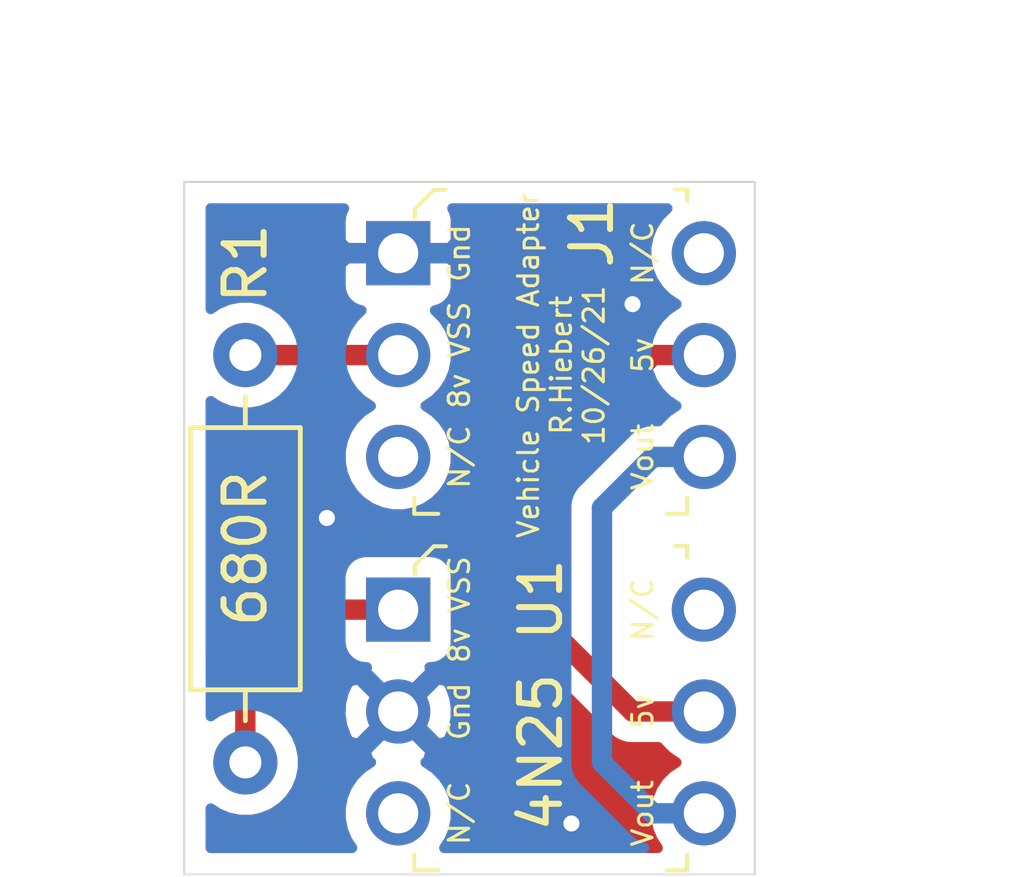
<source format=kicad_pcb>
(kicad_pcb (version 20171130) (host pcbnew "(5.1.6)-1")

  (general
    (thickness 1.6)
    (drawings 19)
    (tracks 17)
    (zones 0)
    (modules 3)
    (nets 10)
  )

  (page A4)
  (layers
    (0 F.Cu signal)
    (31 B.Cu signal)
    (32 B.Adhes user)
    (33 F.Adhes user)
    (34 B.Paste user)
    (35 F.Paste user)
    (36 B.SilkS user)
    (37 F.SilkS user)
    (38 B.Mask user)
    (39 F.Mask user)
    (40 Dwgs.User user)
    (41 Cmts.User user)
    (42 Eco1.User user)
    (43 Eco2.User user)
    (44 Edge.Cuts user)
    (45 Margin user)
    (46 B.CrtYd user)
    (47 F.CrtYd user)
    (48 B.Fab user)
    (49 F.Fab user)
  )

  (setup
    (last_trace_width 0.25)
    (trace_clearance 0.2)
    (zone_clearance 0.508)
    (zone_45_only no)
    (trace_min 0.2)
    (via_size 0.8)
    (via_drill 0.4)
    (via_min_size 0.4)
    (via_min_drill 0.3)
    (uvia_size 0.3)
    (uvia_drill 0.1)
    (uvias_allowed no)
    (uvia_min_size 0.2)
    (uvia_min_drill 0.1)
    (edge_width 0.05)
    (segment_width 0.2)
    (pcb_text_width 0.3)
    (pcb_text_size 1.5 1.5)
    (mod_edge_width 0.12)
    (mod_text_size 1 1)
    (mod_text_width 0.15)
    (pad_size 1.524 1.524)
    (pad_drill 0.762)
    (pad_to_mask_clearance 0.05)
    (aux_axis_origin 0 0)
    (visible_elements 7FFFF7FF)
    (pcbplotparams
      (layerselection 0x010fc_ffffffff)
      (usegerberextensions false)
      (usegerberattributes true)
      (usegerberadvancedattributes true)
      (creategerberjobfile true)
      (excludeedgelayer true)
      (linewidth 0.100000)
      (plotframeref false)
      (viasonmask false)
      (mode 1)
      (useauxorigin false)
      (hpglpennumber 1)
      (hpglpenspeed 20)
      (hpglpendiameter 15.000000)
      (psnegative false)
      (psa4output false)
      (plotreference true)
      (plotvalue true)
      (plotinvisibletext false)
      (padsonsilk false)
      (subtractmaskfromsilk false)
      (outputformat 1)
      (mirror false)
      (drillshape 0)
      (scaleselection 1)
      (outputdirectory ""))
  )

  (net 0 "")
  (net 1 "Net-(J1-Pad6)")
  (net 2 "Net-(J1-Pad5)")
  (net 3 "Net-(J1-Pad4)")
  (net 4 "Net-(J1-Pad3)")
  (net 5 "Net-(J1-Pad2)")
  (net 6 GND)
  (net 7 "Net-(R1-Pad2)")
  (net 8 "Net-(U1-Pad6)")
  (net 9 "Net-(U1-Pad3)")

  (net_class Default "This is the default net class."
    (clearance 0.2)
    (trace_width 0.25)
    (via_dia 0.8)
    (via_drill 0.4)
    (uvia_dia 0.3)
    (uvia_drill 0.1)
    (add_net GND)
    (add_net "Net-(J1-Pad2)")
    (add_net "Net-(J1-Pad3)")
    (add_net "Net-(J1-Pad4)")
    (add_net "Net-(J1-Pad5)")
    (add_net "Net-(J1-Pad6)")
    (add_net "Net-(R1-Pad2)")
    (add_net "Net-(U1-Pad3)")
    (add_net "Net-(U1-Pad6)")
  )

  (module digikey-footprints:DIP-6_W7.62mm (layer F.Cu) (tedit 5AFEF30B) (tstamp 61789DF0)
    (at 139.7 97.79)
    (descr http://optoelectronics.liteon.com/upload/download/DS70-2001-026/MOC306X%20series%20201606.pdf)
    (path /6178BB08)
    (fp_text reference U1 (at 3.556 -0.254 90) (layer F.SilkS)
      (effects (font (size 1 1) (thickness 0.15)))
    )
    (fp_text value 4N25 (at 3.556 3.556 90) (layer F.SilkS)
      (effects (font (size 1 1) (thickness 0.15)))
    )
    (fp_line (start 0.89 -1.58) (end 0.415 -1.105) (layer F.SilkS) (width 0.1))
    (fp_line (start 0.54 -1.055) (end 0.915 -1.43) (layer F.Fab) (width 0.1))
    (fp_line (start 0.4 6.1) (end 0.4 6.5) (layer F.SilkS) (width 0.1))
    (fp_line (start 0.4 6.5) (end 1 6.5) (layer F.SilkS) (width 0.1))
    (fp_line (start 7.2 6.5) (end 7.2 6.1) (layer F.SilkS) (width 0.1))
    (fp_line (start 7.2 6.5) (end 6.7 6.5) (layer F.SilkS) (width 0.1))
    (fp_line (start -1.05 -1.68) (end 8.67 -1.68) (layer F.CrtYd) (width 0.05))
    (fp_line (start -1.05 6.61) (end 8.67 6.61) (layer F.CrtYd) (width 0.05))
    (fp_line (start 0.55 6.36) (end 7.05 6.36) (layer F.Fab) (width 0.1))
    (fp_line (start -1.05 -1.68) (end -1.05 6.61) (layer F.CrtYd) (width 0.05))
    (fp_line (start 8.67 -1.68) (end 8.67 6.61) (layer F.CrtYd) (width 0.05))
    (fp_line (start 0.415 -0.88) (end 0.415 -1.105) (layer F.SilkS) (width 0.1))
    (fp_line (start 0.89 -1.58) (end 1.19 -1.58) (layer F.SilkS) (width 0.1))
    (fp_line (start 7.2 -1.29) (end 7.2 -1.59) (layer F.SilkS) (width 0.1))
    (fp_line (start 7.2 -1.59) (end 6.9 -1.59) (layer F.SilkS) (width 0.1))
    (fp_line (start 0.915 -1.43) (end 7.05 -1.43) (layer F.Fab) (width 0.1))
    (fp_line (start 7.05 -1.43) (end 7.05 6.36) (layer F.Fab) (width 0.1))
    (fp_line (start 0.54 -1.055) (end 0.55 6.36) (layer F.Fab) (width 0.1))
    (fp_text user REF** (at 3.94 5.334) (layer F.Fab)
      (effects (font (size 1 1) (thickness 0.1)))
    )
    (pad 6 thru_hole circle (at 7.62 0) (size 1.6 1.6) (drill 1) (layers *.Cu *.Mask)
      (net 8 "Net-(U1-Pad6)"))
    (pad 5 thru_hole circle (at 7.62 2.54) (size 1.6 1.6) (drill 1) (layers *.Cu *.Mask)
      (net 2 "Net-(J1-Pad5)"))
    (pad 4 thru_hole circle (at 7.62 5.08) (size 1.6 1.6) (drill 1) (layers *.Cu *.Mask)
      (net 3 "Net-(J1-Pad4)"))
    (pad 3 thru_hole circle (at 0 5.08) (size 1.6 1.6) (drill 1) (layers *.Cu *.Mask)
      (net 9 "Net-(U1-Pad3)"))
    (pad 2 thru_hole circle (at 0 2.54) (size 1.6 1.6) (drill 1) (layers *.Cu *.Mask)
      (net 6 GND))
    (pad 1 thru_hole rect (at 0 0) (size 1.6 1.6) (drill 1) (layers *.Cu *.Mask)
      (net 7 "Net-(R1-Pad2)"))
  )

  (module Resistor_THT:R_Axial_DIN0207_L6.3mm_D2.5mm_P10.16mm_Horizontal (layer F.Cu) (tedit 5AE5139B) (tstamp 61789DD3)
    (at 135.89 91.44 270)
    (descr "Resistor, Axial_DIN0207 series, Axial, Horizontal, pin pitch=10.16mm, 0.25W = 1/4W, length*diameter=6.3*2.5mm^2, http://cdn-reichelt.de/documents/datenblatt/B400/1_4W%23YAG.pdf")
    (tags "Resistor Axial_DIN0207 series Axial Horizontal pin pitch 10.16mm 0.25W = 1/4W length 6.3mm diameter 2.5mm")
    (path /6178D7E0)
    (fp_text reference R1 (at -2.286 0 90) (layer F.SilkS)
      (effects (font (size 1 1) (thickness 0.15)))
    )
    (fp_text value 680R (at 4.826 0 90) (layer F.SilkS)
      (effects (font (size 1 1) (thickness 0.15)))
    )
    (fp_line (start 1.93 -1.25) (end 1.93 1.25) (layer F.Fab) (width 0.1))
    (fp_line (start 1.93 1.25) (end 8.23 1.25) (layer F.Fab) (width 0.1))
    (fp_line (start 8.23 1.25) (end 8.23 -1.25) (layer F.Fab) (width 0.1))
    (fp_line (start 8.23 -1.25) (end 1.93 -1.25) (layer F.Fab) (width 0.1))
    (fp_line (start 0 0) (end 1.93 0) (layer F.Fab) (width 0.1))
    (fp_line (start 10.16 0) (end 8.23 0) (layer F.Fab) (width 0.1))
    (fp_line (start 1.81 -1.37) (end 1.81 1.37) (layer F.SilkS) (width 0.12))
    (fp_line (start 1.81 1.37) (end 8.35 1.37) (layer F.SilkS) (width 0.12))
    (fp_line (start 8.35 1.37) (end 8.35 -1.37) (layer F.SilkS) (width 0.12))
    (fp_line (start 8.35 -1.37) (end 1.81 -1.37) (layer F.SilkS) (width 0.12))
    (fp_line (start 1.04 0) (end 1.81 0) (layer F.SilkS) (width 0.12))
    (fp_line (start 9.12 0) (end 8.35 0) (layer F.SilkS) (width 0.12))
    (fp_line (start -1.05 -1.5) (end -1.05 1.5) (layer F.CrtYd) (width 0.05))
    (fp_line (start -1.05 1.5) (end 11.21 1.5) (layer F.CrtYd) (width 0.05))
    (fp_line (start 11.21 1.5) (end 11.21 -1.5) (layer F.CrtYd) (width 0.05))
    (fp_line (start 11.21 -1.5) (end -1.05 -1.5) (layer F.CrtYd) (width 0.05))
    (fp_text user %R (at -2.286 0 90) (layer F.Fab)
      (effects (font (size 1 1) (thickness 0.15)))
    )
    (pad 2 thru_hole oval (at 10.16 0 270) (size 1.6 1.6) (drill 0.8) (layers *.Cu *.Mask)
      (net 7 "Net-(R1-Pad2)"))
    (pad 1 thru_hole circle (at 0 0 270) (size 1.6 1.6) (drill 0.8) (layers *.Cu *.Mask)
      (net 5 "Net-(J1-Pad2)"))
    (model ${KISYS3DMOD}/Resistor_THT.3dshapes/R_Axial_DIN0207_L6.3mm_D2.5mm_P10.16mm_Horizontal.wrl
      (at (xyz 0 0 0))
      (scale (xyz 1 1 1))
      (rotate (xyz 0 0 0))
    )
  )

  (module digikey-footprints:DIP-6_W7.62mm (layer F.Cu) (tedit 5AFEF30B) (tstamp 61789DBC)
    (at 139.7 88.9)
    (descr http://optoelectronics.liteon.com/upload/download/DS70-2001-026/MOC306X%20series%20201606.pdf)
    (path /6178DB79)
    (fp_text reference J1 (at 4.826 -0.508 90) (layer F.SilkS)
      (effects (font (size 1 1) (thickness 0.15)))
    )
    (fp_text value Conn_02x03_Counter_Clockwise (at 2.032 -3.048) (layer F.Fab)
      (effects (font (size 1 1) (thickness 0.15)))
    )
    (fp_line (start 0.89 -1.58) (end 0.415 -1.105) (layer F.SilkS) (width 0.1))
    (fp_line (start 0.54 -1.055) (end 0.915 -1.43) (layer F.Fab) (width 0.1))
    (fp_line (start 0.4 6.1) (end 0.4 6.5) (layer F.SilkS) (width 0.1))
    (fp_line (start 0.4 6.5) (end 1 6.5) (layer F.SilkS) (width 0.1))
    (fp_line (start 7.2 6.5) (end 7.2 6.1) (layer F.SilkS) (width 0.1))
    (fp_line (start 7.2 6.5) (end 6.7 6.5) (layer F.SilkS) (width 0.1))
    (fp_line (start -1.05 -1.68) (end 8.67 -1.68) (layer F.CrtYd) (width 0.05))
    (fp_line (start -1.05 6.61) (end 8.67 6.61) (layer F.CrtYd) (width 0.05))
    (fp_line (start 0.55 6.36) (end 7.05 6.36) (layer F.Fab) (width 0.1))
    (fp_line (start -1.05 -1.68) (end -1.05 6.61) (layer F.CrtYd) (width 0.05))
    (fp_line (start 8.67 -1.68) (end 8.67 6.61) (layer F.CrtYd) (width 0.05))
    (fp_line (start 0.415 -0.88) (end 0.415 -1.105) (layer F.SilkS) (width 0.1))
    (fp_line (start 0.89 -1.58) (end 1.19 -1.58) (layer F.SilkS) (width 0.1))
    (fp_line (start 7.2 -1.29) (end 7.2 -1.59) (layer F.SilkS) (width 0.1))
    (fp_line (start 7.2 -1.59) (end 6.9 -1.59) (layer F.SilkS) (width 0.1))
    (fp_line (start 0.915 -1.43) (end 7.05 -1.43) (layer F.Fab) (width 0.1))
    (fp_line (start 7.05 -1.43) (end 7.05 6.36) (layer F.Fab) (width 0.1))
    (fp_line (start 0.54 -1.055) (end 0.55 6.36) (layer F.Fab) (width 0.1))
    (fp_text user REF** (at 3.81 5.334) (layer F.Fab)
      (effects (font (size 1 1) (thickness 0.1)))
    )
    (pad 6 thru_hole circle (at 7.62 0) (size 1.6 1.6) (drill 1) (layers *.Cu *.Mask)
      (net 1 "Net-(J1-Pad6)"))
    (pad 5 thru_hole circle (at 7.62 2.54) (size 1.6 1.6) (drill 1) (layers *.Cu *.Mask)
      (net 2 "Net-(J1-Pad5)"))
    (pad 4 thru_hole circle (at 7.62 5.08) (size 1.6 1.6) (drill 1) (layers *.Cu *.Mask)
      (net 3 "Net-(J1-Pad4)"))
    (pad 3 thru_hole circle (at 0 5.08) (size 1.6 1.6) (drill 1) (layers *.Cu *.Mask)
      (net 4 "Net-(J1-Pad3)"))
    (pad 2 thru_hole circle (at 0 2.54) (size 1.6 1.6) (drill 1) (layers *.Cu *.Mask)
      (net 5 "Net-(J1-Pad2)"))
    (pad 1 thru_hole rect (at 0 0) (size 1.6 1.6) (drill 1) (layers *.Cu *.Mask)
      (net 6 GND))
  )

  (gr_text "8v VSS" (at 141.224 97.79 90) (layer F.SilkS) (tstamp 61788782)
    (effects (font (size 0.508 0.508) (thickness 0.0762)))
  )
  (gr_text Gnd (at 141.224 100.33 90) (layer F.SilkS) (tstamp 61788666)
    (effects (font (size 0.508 0.508) (thickness 0.0762)))
  )
  (gr_text Vout (at 145.796 102.87 90) (layer F.SilkS) (tstamp 6178860F)
    (effects (font (size 0.508 0.508) (thickness 0.0762)))
  )
  (gr_text "5v\n" (at 145.796 100.33 90) (layer F.SilkS) (tstamp 617885A6)
    (effects (font (size 0.508 0.508) (thickness 0.0762)))
  )
  (gr_text "N/C\n" (at 141.224 102.87 90) (layer F.SilkS) (tstamp 61788584)
    (effects (font (size 0.508 0.508) (thickness 0.0762)))
  )
  (gr_text "N/C\n" (at 145.796 97.79 90) (layer F.SilkS) (tstamp 61788584)
    (effects (font (size 0.508 0.508) (thickness 0.0762)))
  )
  (gr_text "Vehicle Speed Adapter\nR.Hiebert\n10/26/21" (at 143.764 91.694 90) (layer F.SilkS)
    (effects (font (size 0.508 0.508) (thickness 0.0762)))
  )
  (gr_text Vout (at 145.796 93.98 90) (layer F.SilkS) (tstamp 617882B3)
    (effects (font (size 0.508 0.508) (thickness 0.0762)))
  )
  (gr_text "5v\n" (at 145.796 91.44 90) (layer F.SilkS) (tstamp 617882B3)
    (effects (font (size 0.508 0.508) (thickness 0.0762)))
  )
  (gr_text "N/C\n" (at 145.796 88.9 90) (layer F.SilkS) (tstamp 617882B3)
    (effects (font (size 0.508 0.508) (thickness 0.0762)))
  )
  (gr_text N/C (at 141.224 93.98 90) (layer F.SilkS) (tstamp 617882B3)
    (effects (font (size 0.508 0.508) (thickness 0.0762)))
  )
  (gr_text "8v VSS" (at 141.224 91.44 90) (layer F.SilkS) (tstamp 617882B3)
    (effects (font (size 0.508 0.508) (thickness 0.0762)))
  )
  (gr_text Gnd (at 141.224 88.9 90) (layer F.SilkS)
    (effects (font (size 0.508 0.508) (thickness 0.0762)))
  )
  (dimension 17.272 (width 0.15) (layer Dwgs.User)
    (gr_text "0.6800 in" (at 153.954 95.758 270) (layer Dwgs.User)
      (effects (font (size 1 1) (thickness 0.15)))
    )
    (feature1 (pts (xy 148.59 104.394) (xy 153.240421 104.394)))
    (feature2 (pts (xy 148.59 87.122) (xy 153.240421 87.122)))
    (crossbar (pts (xy 152.654 87.122) (xy 152.654 104.394)))
    (arrow1a (pts (xy 152.654 104.394) (xy 152.067579 103.267496)))
    (arrow1b (pts (xy 152.654 104.394) (xy 153.240421 103.267496)))
    (arrow2a (pts (xy 152.654 87.122) (xy 152.067579 88.248504)))
    (arrow2b (pts (xy 152.654 87.122) (xy 153.240421 88.248504)))
  )
  (dimension 14.224 (width 0.15) (layer Dwgs.User)
    (gr_text "0.5600 in" (at 141.478 83.282) (layer Dwgs.User)
      (effects (font (size 1 1) (thickness 0.15)))
    )
    (feature1 (pts (xy 148.59 87.122) (xy 148.59 83.995579)))
    (feature2 (pts (xy 134.366 87.122) (xy 134.366 83.995579)))
    (crossbar (pts (xy 134.366 84.582) (xy 148.59 84.582)))
    (arrow1a (pts (xy 148.59 84.582) (xy 147.463496 85.168421)))
    (arrow1b (pts (xy 148.59 84.582) (xy 147.463496 83.995579)))
    (arrow2a (pts (xy 134.366 84.582) (xy 135.492504 85.168421)))
    (arrow2b (pts (xy 134.366 84.582) (xy 135.492504 83.995579)))
  )
  (gr_line (start 134.366 87.122) (end 148.59 87.122) (layer Edge.Cuts) (width 0.05) (tstamp 6178A2CB))
  (gr_line (start 134.366 104.394) (end 134.366 87.122) (layer Edge.Cuts) (width 0.05))
  (gr_line (start 148.59 104.394) (end 134.366 104.394) (layer Edge.Cuts) (width 0.05))
  (gr_line (start 148.59 87.122) (end 148.59 104.394) (layer Edge.Cuts) (width 0.05))

  (segment (start 147.32 91.44) (end 146.05 91.44) (width 0.508) (layer F.Cu) (net 2))
  (segment (start 146.05 91.44) (end 143.764 93.726) (width 0.508) (layer F.Cu) (net 2))
  (segment (start 143.764 93.726) (end 143.764 98.552) (width 0.508) (layer F.Cu) (net 2))
  (segment (start 145.542 100.33) (end 147.32 100.33) (width 0.508) (layer F.Cu) (net 2))
  (segment (start 143.764 98.552) (end 145.542 100.33) (width 0.508) (layer F.Cu) (net 2))
  (segment (start 147.32 93.98) (end 146.05 93.98) (width 0.508) (layer B.Cu) (net 3))
  (segment (start 146.05 93.98) (end 144.78 95.25) (width 0.508) (layer B.Cu) (net 3))
  (segment (start 144.78 95.25) (end 144.78 101.6) (width 0.508) (layer B.Cu) (net 3))
  (segment (start 146.05 102.87) (end 147.32 102.87) (width 0.508) (layer B.Cu) (net 3))
  (segment (start 144.78 101.6) (end 146.05 102.87) (width 0.508) (layer B.Cu) (net 3))
  (segment (start 139.7 91.44) (end 135.89 91.44) (width 0.508) (layer F.Cu) (net 5))
  (via (at 145.542 90.17) (size 0.8) (drill 0.4) (layers F.Cu B.Cu) (net 6))
  (via (at 144.018 103.124) (size 0.8) (drill 0.4) (layers F.Cu B.Cu) (net 6))
  (via (at 137.922 95.504) (size 0.8) (drill 0.4) (layers F.Cu B.Cu) (net 6))
  (segment (start 139.7 97.79) (end 137.16 97.79) (width 0.508) (layer F.Cu) (net 7))
  (segment (start 135.89 99.06) (end 135.89 101.6) (width 0.508) (layer F.Cu) (net 7))
  (segment (start 137.16 97.79) (end 135.89 99.06) (width 0.508) (layer F.Cu) (net 7))

  (zone (net 6) (net_name GND) (layer B.Cu) (tstamp 617888D8) (hatch edge 0.508)
    (connect_pads (clearance 0.508))
    (min_thickness 0.254)
    (fill yes (arc_segments 32) (thermal_gap 0.508) (thermal_bridge_width 0.508))
    (polygon
      (pts
        (xy 148.59 104.394) (xy 134.366 104.394) (xy 134.366 87.122) (xy 148.59 87.122)
      )
    )
    (filled_polygon
      (pts
        (xy 138.310498 87.85582) (xy 138.274188 87.975518) (xy 138.261928 88.1) (xy 138.265 88.61425) (xy 138.42375 88.773)
        (xy 139.573 88.773) (xy 139.573 88.753) (xy 139.827 88.753) (xy 139.827 88.773) (xy 140.97625 88.773)
        (xy 141.135 88.61425) (xy 141.138072 88.1) (xy 141.125812 87.975518) (xy 141.089502 87.85582) (xy 141.050044 87.782)
        (xy 146.410274 87.782) (xy 146.405241 87.785363) (xy 146.205363 87.985241) (xy 146.04832 88.220273) (xy 145.940147 88.481426)
        (xy 145.885 88.758665) (xy 145.885 89.041335) (xy 145.940147 89.318574) (xy 146.04832 89.579727) (xy 146.205363 89.814759)
        (xy 146.405241 90.014637) (xy 146.637759 90.17) (xy 146.405241 90.325363) (xy 146.205363 90.525241) (xy 146.04832 90.760273)
        (xy 145.940147 91.021426) (xy 145.885 91.298665) (xy 145.885 91.581335) (xy 145.940147 91.858574) (xy 146.04832 92.119727)
        (xy 146.205363 92.354759) (xy 146.405241 92.554637) (xy 146.637759 92.71) (xy 146.405241 92.865363) (xy 146.205363 93.065241)
        (xy 146.188151 93.091) (xy 146.093659 93.091) (xy 146.049999 93.0867) (xy 146.006339 93.091) (xy 146.006333 93.091)
        (xy 145.908924 93.100594) (xy 145.875724 93.103864) (xy 145.774058 93.134704) (xy 145.708149 93.154697) (xy 145.553709 93.237247)
        (xy 145.418341 93.348341) (xy 145.390506 93.382259) (xy 144.182264 94.590501) (xy 144.148341 94.618341) (xy 144.037247 94.75371)
        (xy 143.954697 94.90815) (xy 143.903864 95.075727) (xy 143.891 95.206334) (xy 143.891 95.20634) (xy 143.8867 95.25)
        (xy 143.891 95.29366) (xy 143.891001 101.55633) (xy 143.8867 101.6) (xy 143.903864 101.774274) (xy 143.954698 101.941852)
        (xy 143.995707 102.018574) (xy 144.037248 102.096291) (xy 144.148342 102.231659) (xy 144.182259 102.259494) (xy 145.390506 103.467741)
        (xy 145.418341 103.501659) (xy 145.553709 103.612753) (xy 145.708149 103.695303) (xy 145.774058 103.715296) (xy 145.835717 103.734)
        (xy 140.848553 103.734) (xy 140.97168 103.549727) (xy 141.079853 103.288574) (xy 141.135 103.011335) (xy 141.135 102.728665)
        (xy 141.079853 102.451426) (xy 140.97168 102.190273) (xy 140.814637 101.955241) (xy 140.614759 101.755363) (xy 140.380872 101.599085)
        (xy 140.441514 101.566671) (xy 140.513097 101.322702) (xy 139.7 100.509605) (xy 138.886903 101.322702) (xy 138.958486 101.566671)
        (xy 139.022992 101.597194) (xy 139.020273 101.59832) (xy 138.785241 101.755363) (xy 138.585363 101.955241) (xy 138.42832 102.190273)
        (xy 138.320147 102.451426) (xy 138.265 102.728665) (xy 138.265 103.011335) (xy 138.320147 103.288574) (xy 138.42832 103.549727)
        (xy 138.551447 103.734) (xy 135.026 103.734) (xy 135.026 102.748553) (xy 135.210273 102.87168) (xy 135.471426 102.979853)
        (xy 135.748665 103.035) (xy 136.031335 103.035) (xy 136.308574 102.979853) (xy 136.569727 102.87168) (xy 136.804759 102.714637)
        (xy 137.004637 102.514759) (xy 137.16168 102.279727) (xy 137.269853 102.018574) (xy 137.325 101.741335) (xy 137.325 101.458665)
        (xy 137.269853 101.181426) (xy 137.16168 100.920273) (xy 137.004637 100.685241) (xy 136.804759 100.485363) (xy 136.677771 100.400512)
        (xy 138.259783 100.400512) (xy 138.301213 100.68013) (xy 138.396397 100.946292) (xy 138.463329 101.071514) (xy 138.707298 101.143097)
        (xy 139.520395 100.33) (xy 139.879605 100.33) (xy 140.692702 101.143097) (xy 140.936671 101.071514) (xy 141.057571 100.816004)
        (xy 141.1263 100.541816) (xy 141.140217 100.259488) (xy 141.098787 99.97987) (xy 141.003603 99.713708) (xy 140.936671 99.588486)
        (xy 140.692702 99.516903) (xy 139.879605 100.33) (xy 139.520395 100.33) (xy 138.707298 99.516903) (xy 138.463329 99.588486)
        (xy 138.342429 99.843996) (xy 138.2737 100.118184) (xy 138.259783 100.400512) (xy 136.677771 100.400512) (xy 136.569727 100.32832)
        (xy 136.308574 100.220147) (xy 136.031335 100.165) (xy 135.748665 100.165) (xy 135.471426 100.220147) (xy 135.210273 100.32832)
        (xy 135.026 100.451447) (xy 135.026 96.99) (xy 138.261928 96.99) (xy 138.261928 98.59) (xy 138.274188 98.714482)
        (xy 138.310498 98.83418) (xy 138.369463 98.944494) (xy 138.448815 99.041185) (xy 138.545506 99.120537) (xy 138.65582 99.179502)
        (xy 138.775518 99.215812) (xy 138.9 99.228072) (xy 138.918951 99.228072) (xy 138.886903 99.337298) (xy 139.7 100.150395)
        (xy 140.513097 99.337298) (xy 140.481049 99.228072) (xy 140.5 99.228072) (xy 140.624482 99.215812) (xy 140.74418 99.179502)
        (xy 140.854494 99.120537) (xy 140.951185 99.041185) (xy 141.030537 98.944494) (xy 141.089502 98.83418) (xy 141.125812 98.714482)
        (xy 141.138072 98.59) (xy 141.138072 96.99) (xy 141.125812 96.865518) (xy 141.089502 96.74582) (xy 141.030537 96.635506)
        (xy 140.951185 96.538815) (xy 140.854494 96.459463) (xy 140.74418 96.400498) (xy 140.624482 96.364188) (xy 140.5 96.351928)
        (xy 138.9 96.351928) (xy 138.775518 96.364188) (xy 138.65582 96.400498) (xy 138.545506 96.459463) (xy 138.448815 96.538815)
        (xy 138.369463 96.635506) (xy 138.310498 96.74582) (xy 138.274188 96.865518) (xy 138.261928 96.99) (xy 135.026 96.99)
        (xy 135.026 92.588553) (xy 135.210273 92.71168) (xy 135.471426 92.819853) (xy 135.748665 92.875) (xy 136.031335 92.875)
        (xy 136.308574 92.819853) (xy 136.569727 92.71168) (xy 136.804759 92.554637) (xy 137.004637 92.354759) (xy 137.16168 92.119727)
        (xy 137.269853 91.858574) (xy 137.325 91.581335) (xy 137.325 91.298665) (xy 137.269853 91.021426) (xy 137.16168 90.760273)
        (xy 137.004637 90.525241) (xy 136.804759 90.325363) (xy 136.569727 90.16832) (xy 136.308574 90.060147) (xy 136.031335 90.005)
        (xy 135.748665 90.005) (xy 135.471426 90.060147) (xy 135.210273 90.16832) (xy 135.026 90.291447) (xy 135.026 89.7)
        (xy 138.261928 89.7) (xy 138.274188 89.824482) (xy 138.310498 89.94418) (xy 138.369463 90.054494) (xy 138.448815 90.151185)
        (xy 138.545506 90.230537) (xy 138.65582 90.289502) (xy 138.775518 90.325812) (xy 138.783961 90.326643) (xy 138.585363 90.525241)
        (xy 138.42832 90.760273) (xy 138.320147 91.021426) (xy 138.265 91.298665) (xy 138.265 91.581335) (xy 138.320147 91.858574)
        (xy 138.42832 92.119727) (xy 138.585363 92.354759) (xy 138.785241 92.554637) (xy 139.017759 92.71) (xy 138.785241 92.865363)
        (xy 138.585363 93.065241) (xy 138.42832 93.300273) (xy 138.320147 93.561426) (xy 138.265 93.838665) (xy 138.265 94.121335)
        (xy 138.320147 94.398574) (xy 138.42832 94.659727) (xy 138.585363 94.894759) (xy 138.785241 95.094637) (xy 139.020273 95.25168)
        (xy 139.281426 95.359853) (xy 139.558665 95.415) (xy 139.841335 95.415) (xy 140.118574 95.359853) (xy 140.379727 95.25168)
        (xy 140.614759 95.094637) (xy 140.814637 94.894759) (xy 140.97168 94.659727) (xy 141.079853 94.398574) (xy 141.135 94.121335)
        (xy 141.135 93.838665) (xy 141.079853 93.561426) (xy 140.97168 93.300273) (xy 140.814637 93.065241) (xy 140.614759 92.865363)
        (xy 140.382241 92.71) (xy 140.614759 92.554637) (xy 140.814637 92.354759) (xy 140.97168 92.119727) (xy 141.079853 91.858574)
        (xy 141.135 91.581335) (xy 141.135 91.298665) (xy 141.079853 91.021426) (xy 140.97168 90.760273) (xy 140.814637 90.525241)
        (xy 140.616039 90.326643) (xy 140.624482 90.325812) (xy 140.74418 90.289502) (xy 140.854494 90.230537) (xy 140.951185 90.151185)
        (xy 141.030537 90.054494) (xy 141.089502 89.94418) (xy 141.125812 89.824482) (xy 141.138072 89.7) (xy 141.135 89.18575)
        (xy 140.97625 89.027) (xy 139.827 89.027) (xy 139.827 89.047) (xy 139.573 89.047) (xy 139.573 89.027)
        (xy 138.42375 89.027) (xy 138.265 89.18575) (xy 138.261928 89.7) (xy 135.026 89.7) (xy 135.026 87.782)
        (xy 138.349956 87.782)
      )
    )
  )
  (zone (net 6) (net_name GND) (layer F.Cu) (tstamp 617888D5) (hatch edge 0.508)
    (connect_pads (clearance 0.508))
    (min_thickness 0.254)
    (fill yes (arc_segments 32) (thermal_gap 0.508) (thermal_bridge_width 0.508))
    (polygon
      (pts
        (xy 148.59 104.394) (xy 134.366 104.394) (xy 134.366 87.122) (xy 148.59 87.122)
      )
    )
    (filled_polygon
      (pts
        (xy 138.310498 87.85582) (xy 138.274188 87.975518) (xy 138.261928 88.1) (xy 138.265 88.61425) (xy 138.42375 88.773)
        (xy 139.573 88.773) (xy 139.573 88.753) (xy 139.827 88.753) (xy 139.827 88.773) (xy 140.97625 88.773)
        (xy 141.135 88.61425) (xy 141.138072 88.1) (xy 141.125812 87.975518) (xy 141.089502 87.85582) (xy 141.050044 87.782)
        (xy 146.410274 87.782) (xy 146.405241 87.785363) (xy 146.205363 87.985241) (xy 146.04832 88.220273) (xy 145.940147 88.481426)
        (xy 145.885 88.758665) (xy 145.885 89.041335) (xy 145.940147 89.318574) (xy 146.04832 89.579727) (xy 146.205363 89.814759)
        (xy 146.405241 90.014637) (xy 146.637759 90.17) (xy 146.405241 90.325363) (xy 146.205363 90.525241) (xy 146.188151 90.551)
        (xy 146.093659 90.551) (xy 146.049999 90.5467) (xy 146.006339 90.551) (xy 146.006333 90.551) (xy 145.908924 90.560594)
        (xy 145.875724 90.563864) (xy 145.774058 90.594704) (xy 145.708149 90.614697) (xy 145.553709 90.697247) (xy 145.418341 90.808341)
        (xy 145.390506 90.842258) (xy 143.166264 93.066501) (xy 143.132341 93.094341) (xy 143.021247 93.22971) (xy 142.938697 93.38415)
        (xy 142.887864 93.551727) (xy 142.875 93.682334) (xy 142.875 93.68234) (xy 142.8707 93.726) (xy 142.875 93.76966)
        (xy 142.875001 98.50833) (xy 142.8707 98.552) (xy 142.887864 98.726274) (xy 142.938698 98.893852) (xy 143.009545 99.026397)
        (xy 143.021248 99.048291) (xy 143.132342 99.183659) (xy 143.166259 99.211494) (xy 144.882506 100.927742) (xy 144.910341 100.961659)
        (xy 145.045709 101.072753) (xy 145.200149 101.155303) (xy 145.286267 101.181426) (xy 145.367725 101.206136) (xy 145.384325 101.207771)
        (xy 145.498333 101.219) (xy 145.49834 101.219) (xy 145.542 101.2233) (xy 145.58566 101.219) (xy 146.188151 101.219)
        (xy 146.205363 101.244759) (xy 146.405241 101.444637) (xy 146.637759 101.6) (xy 146.405241 101.755363) (xy 146.205363 101.955241)
        (xy 146.04832 102.190273) (xy 145.940147 102.451426) (xy 145.885 102.728665) (xy 145.885 103.011335) (xy 145.940147 103.288574)
        (xy 146.04832 103.549727) (xy 146.171447 103.734) (xy 140.848553 103.734) (xy 140.97168 103.549727) (xy 141.079853 103.288574)
        (xy 141.135 103.011335) (xy 141.135 102.728665) (xy 141.079853 102.451426) (xy 140.97168 102.190273) (xy 140.814637 101.955241)
        (xy 140.614759 101.755363) (xy 140.380872 101.599085) (xy 140.441514 101.566671) (xy 140.513097 101.322702) (xy 139.7 100.509605)
        (xy 138.886903 101.322702) (xy 138.958486 101.566671) (xy 139.022992 101.597194) (xy 139.020273 101.59832) (xy 138.785241 101.755363)
        (xy 138.585363 101.955241) (xy 138.42832 102.190273) (xy 138.320147 102.451426) (xy 138.265 102.728665) (xy 138.265 103.011335)
        (xy 138.320147 103.288574) (xy 138.42832 103.549727) (xy 138.551447 103.734) (xy 135.026 103.734) (xy 135.026 102.748553)
        (xy 135.210273 102.87168) (xy 135.471426 102.979853) (xy 135.748665 103.035) (xy 136.031335 103.035) (xy 136.308574 102.979853)
        (xy 136.569727 102.87168) (xy 136.804759 102.714637) (xy 137.004637 102.514759) (xy 137.16168 102.279727) (xy 137.269853 102.018574)
        (xy 137.325 101.741335) (xy 137.325 101.458665) (xy 137.269853 101.181426) (xy 137.16168 100.920273) (xy 137.004637 100.685241)
        (xy 136.804759 100.485363) (xy 136.779 100.468151) (xy 136.779 100.400512) (xy 138.259783 100.400512) (xy 138.301213 100.68013)
        (xy 138.396397 100.946292) (xy 138.463329 101.071514) (xy 138.707298 101.143097) (xy 139.520395 100.33) (xy 139.879605 100.33)
        (xy 140.692702 101.143097) (xy 140.936671 101.071514) (xy 141.057571 100.816004) (xy 141.1263 100.541816) (xy 141.140217 100.259488)
        (xy 141.098787 99.97987) (xy 141.003603 99.713708) (xy 140.936671 99.588486) (xy 140.692702 99.516903) (xy 139.879605 100.33)
        (xy 139.520395 100.33) (xy 138.707298 99.516903) (xy 138.463329 99.588486) (xy 138.342429 99.843996) (xy 138.2737 100.118184)
        (xy 138.259783 100.400512) (xy 136.779 100.400512) (xy 136.779 99.428235) (xy 137.528236 98.679) (xy 138.270693 98.679)
        (xy 138.274188 98.714482) (xy 138.310498 98.83418) (xy 138.369463 98.944494) (xy 138.448815 99.041185) (xy 138.545506 99.120537)
        (xy 138.65582 99.179502) (xy 138.775518 99.215812) (xy 138.9 99.228072) (xy 138.918951 99.228072) (xy 138.886903 99.337298)
        (xy 139.7 100.150395) (xy 140.513097 99.337298) (xy 140.481049 99.228072) (xy 140.5 99.228072) (xy 140.624482 99.215812)
        (xy 140.74418 99.179502) (xy 140.854494 99.120537) (xy 140.951185 99.041185) (xy 141.030537 98.944494) (xy 141.089502 98.83418)
        (xy 141.125812 98.714482) (xy 141.138072 98.59) (xy 141.138072 96.99) (xy 141.125812 96.865518) (xy 141.089502 96.74582)
        (xy 141.030537 96.635506) (xy 140.951185 96.538815) (xy 140.854494 96.459463) (xy 140.74418 96.400498) (xy 140.624482 96.364188)
        (xy 140.5 96.351928) (xy 138.9 96.351928) (xy 138.775518 96.364188) (xy 138.65582 96.400498) (xy 138.545506 96.459463)
        (xy 138.448815 96.538815) (xy 138.369463 96.635506) (xy 138.310498 96.74582) (xy 138.274188 96.865518) (xy 138.270693 96.901)
        (xy 137.203659 96.901) (xy 137.159999 96.8967) (xy 137.116339 96.901) (xy 137.116333 96.901) (xy 137.018924 96.910594)
        (xy 136.985724 96.913864) (xy 136.884058 96.944704) (xy 136.818149 96.964697) (xy 136.663709 97.047247) (xy 136.528341 97.158341)
        (xy 136.500506 97.192259) (xy 135.292264 98.400501) (xy 135.258341 98.428341) (xy 135.230505 98.46226) (xy 135.147248 98.563709)
        (xy 135.064698 98.718148) (xy 135.026 98.845719) (xy 135.026 92.588553) (xy 135.210273 92.71168) (xy 135.471426 92.819853)
        (xy 135.748665 92.875) (xy 136.031335 92.875) (xy 136.308574 92.819853) (xy 136.569727 92.71168) (xy 136.804759 92.554637)
        (xy 137.004637 92.354759) (xy 137.021849 92.329) (xy 138.568151 92.329) (xy 138.585363 92.354759) (xy 138.785241 92.554637)
        (xy 139.017759 92.71) (xy 138.785241 92.865363) (xy 138.585363 93.065241) (xy 138.42832 93.300273) (xy 138.320147 93.561426)
        (xy 138.265 93.838665) (xy 138.265 94.121335) (xy 138.320147 94.398574) (xy 138.42832 94.659727) (xy 138.585363 94.894759)
        (xy 138.785241 95.094637) (xy 139.020273 95.25168) (xy 139.281426 95.359853) (xy 139.558665 95.415) (xy 139.841335 95.415)
        (xy 140.118574 95.359853) (xy 140.379727 95.25168) (xy 140.614759 95.094637) (xy 140.814637 94.894759) (xy 140.97168 94.659727)
        (xy 141.079853 94.398574) (xy 141.135 94.121335) (xy 141.135 93.838665) (xy 141.079853 93.561426) (xy 140.97168 93.300273)
        (xy 140.814637 93.065241) (xy 140.614759 92.865363) (xy 140.382241 92.71) (xy 140.614759 92.554637) (xy 140.814637 92.354759)
        (xy 140.97168 92.119727) (xy 141.079853 91.858574) (xy 141.135 91.581335) (xy 141.135 91.298665) (xy 141.079853 91.021426)
        (xy 140.97168 90.760273) (xy 140.814637 90.525241) (xy 140.616039 90.326643) (xy 140.624482 90.325812) (xy 140.74418 90.289502)
        (xy 140.854494 90.230537) (xy 140.951185 90.151185) (xy 141.030537 90.054494) (xy 141.089502 89.94418) (xy 141.125812 89.824482)
        (xy 141.138072 89.7) (xy 141.135 89.18575) (xy 140.97625 89.027) (xy 139.827 89.027) (xy 139.827 89.047)
        (xy 139.573 89.047) (xy 139.573 89.027) (xy 138.42375 89.027) (xy 138.265 89.18575) (xy 138.261928 89.7)
        (xy 138.274188 89.824482) (xy 138.310498 89.94418) (xy 138.369463 90.054494) (xy 138.448815 90.151185) (xy 138.545506 90.230537)
        (xy 138.65582 90.289502) (xy 138.775518 90.325812) (xy 138.783961 90.326643) (xy 138.585363 90.525241) (xy 138.568151 90.551)
        (xy 137.021849 90.551) (xy 137.004637 90.525241) (xy 136.804759 90.325363) (xy 136.569727 90.16832) (xy 136.308574 90.060147)
        (xy 136.031335 90.005) (xy 135.748665 90.005) (xy 135.471426 90.060147) (xy 135.210273 90.16832) (xy 135.026 90.291447)
        (xy 135.026 87.782) (xy 138.349956 87.782)
      )
    )
  )
)

</source>
